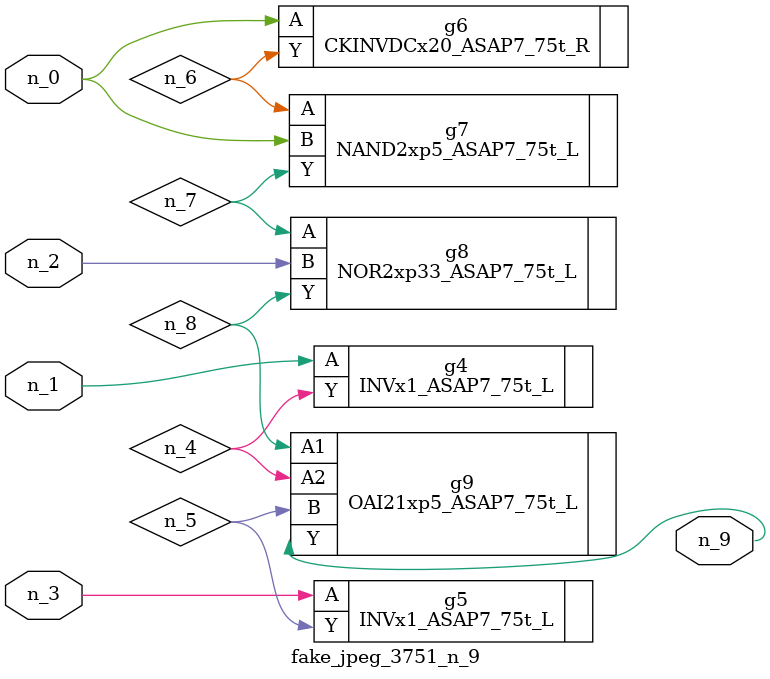
<source format=v>
module fake_jpeg_3751_n_9 (n_0, n_3, n_2, n_1, n_9);

input n_0;
input n_3;
input n_2;
input n_1;

output n_9;

wire n_4;
wire n_8;
wire n_6;
wire n_5;
wire n_7;

INVx1_ASAP7_75t_L g4 ( 
.A(n_1),
.Y(n_4)
);

INVx1_ASAP7_75t_L g5 ( 
.A(n_3),
.Y(n_5)
);

CKINVDCx20_ASAP7_75t_R g6 ( 
.A(n_0),
.Y(n_6)
);

NAND2xp5_ASAP7_75t_L g7 ( 
.A(n_6),
.B(n_0),
.Y(n_7)
);

NOR2xp33_ASAP7_75t_L g8 ( 
.A(n_7),
.B(n_2),
.Y(n_8)
);

OAI21xp5_ASAP7_75t_L g9 ( 
.A1(n_8),
.A2(n_4),
.B(n_5),
.Y(n_9)
);


endmodule
</source>
